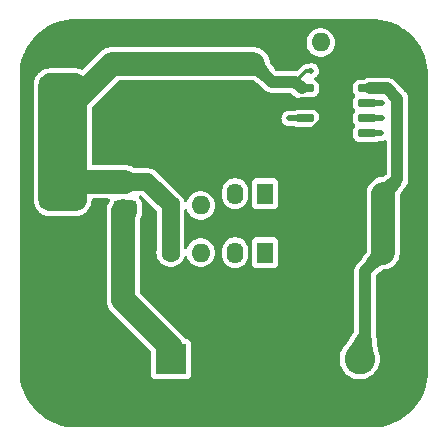
<source format=gbl>
G04 Layer: BottomLayer*
G04 EasyEDA Pro v2.2.27.1, 2024-09-15 10:59:50*
G04 Gerber Generator version 0.3*
G04 Scale: 100 percent, Rotated: No, Reflected: No*
G04 Dimensions in millimeters*
G04 Leading zeros omitted, absolute positions, 3 integers and 5 decimals*
%TF.GenerationSoftware,KiCad,Pcbnew,8.0.5*%
%TF.CreationDate,2024-10-31T22:01:25+08:00*%
%TF.ProjectId,AMS1117_TP4056_Lithium_battery_charging,414d5331-3131-4375-9f54-50343035365f,rev?*%
%TF.SameCoordinates,Original*%
%TF.FileFunction,Copper,L2,Bot*%
%TF.FilePolarity,Positive*%
%FSLAX46Y46*%
G04 Gerber Fmt 4.6, Leading zero omitted, Abs format (unit mm)*
G04 Created by KiCad (PCBNEW 8.0.5) date 2024-10-31 22:01:25*
%MOMM*%
%LPD*%
G01*
G04 APERTURE LIST*
G04 Aperture macros list*
%AMRoundRect*
0 Rectangle with rounded corners*
0 $1 Rounding radius*
0 $2 $3 $4 $5 $6 $7 $8 $9 X,Y pos of 4 corners*
0 Add a 4 corners polygon primitive as box body*
4,1,4,$2,$3,$4,$5,$6,$7,$8,$9,$2,$3,0*
0 Add four circle primitives for the rounded corners*
1,1,$1+$1,$2,$3*
1,1,$1+$1,$4,$5*
1,1,$1+$1,$6,$7*
1,1,$1+$1,$8,$9*
0 Add four rect primitives between the rounded corners*
20,1,$1+$1,$2,$3,$4,$5,0*
20,1,$1+$1,$4,$5,$6,$7,0*
20,1,$1+$1,$6,$7,$8,$9,0*
20,1,$1+$1,$8,$9,$2,$3,0*%
G04 Aperture macros list end*
%TA.AperFunction,ComponentPad*%
%ADD10R,1.400000X1.800000*%
%TD*%
%TA.AperFunction,ComponentPad*%
%ADD11O,1.400000X1.800000*%
%TD*%
%TA.AperFunction,ComponentPad*%
%ADD12C,1.600000*%
%TD*%
%TA.AperFunction,ComponentPad*%
%ADD13O,1.600000X1.600000*%
%TD*%
%TA.AperFunction,ComponentPad*%
%ADD14R,2.600000X2.600000*%
%TD*%
%TA.AperFunction,ComponentPad*%
%ADD15C,2.600000*%
%TD*%
%TA.AperFunction,ComponentPad*%
%ADD16C,6.000000*%
%TD*%
%TA.AperFunction,SMDPad,CuDef*%
%ADD17RoundRect,0.375000X0.625000X0.375000X-0.625000X0.375000X-0.625000X-0.375000X0.625000X-0.375000X0*%
%TD*%
%TA.AperFunction,SMDPad,CuDef*%
%ADD18RoundRect,0.500000X0.500000X1.400000X-0.500000X1.400000X-0.500000X-1.400000X0.500000X-1.400000X0*%
%TD*%
%TA.AperFunction,SMDPad,CuDef*%
%ADD19RoundRect,0.250000X-0.475000X0.250000X-0.475000X-0.250000X0.475000X-0.250000X0.475000X0.250000X0*%
%TD*%
%TA.AperFunction,SMDPad,CuDef*%
%ADD20RoundRect,0.250000X0.250000X0.475000X-0.250000X0.475000X-0.250000X-0.475000X0.250000X-0.475000X0*%
%TD*%
%TA.AperFunction,SMDPad,CuDef*%
%ADD21RoundRect,0.150000X-0.650000X-0.150000X0.650000X-0.150000X0.650000X0.150000X-0.650000X0.150000X0*%
%TD*%
%TA.AperFunction,HeatsinkPad*%
%ADD22C,0.600000*%
%TD*%
%TA.AperFunction,SMDPad,CuDef*%
%ADD23RoundRect,0.250000X-1.050000X-1.800000X1.050000X-1.800000X1.050000X1.800000X-1.050000X1.800000X0*%
%TD*%
%TA.AperFunction,ViaPad*%
%ADD24C,0.500000*%
%TD*%
%TA.AperFunction,Conductor*%
%ADD25C,1.000000*%
%TD*%
%TA.AperFunction,Conductor*%
%ADD26C,2.000000*%
%TD*%
%TA.AperFunction,Conductor*%
%ADD27C,1.500000*%
%TD*%
%TA.AperFunction,Conductor*%
%ADD28C,0.300000*%
%TD*%
%TA.AperFunction,Conductor*%
%ADD29C,0.500000*%
%TD*%
G04 APERTURE END LIST*
D10*
%TO.P,LED1,1,K*%
%TO.N,Net-(LED1-K)*%
X116000000Y-120000000D03*
D11*
%TO.P,LED1,2,A*%
%TO.N,Net-(LED1-A)*%
X113460000Y-120000000D03*
%TD*%
D12*
%TO.P,R1,1*%
%TO.N,GND*%
X123245000Y-102200000D03*
D13*
%TO.P,R1,2*%
%TO.N,Net-(U1-PROG)*%
X120705000Y-102200000D03*
%TD*%
D14*
%TO.P,P2,1*%
%TO.N,VIN*%
X108000000Y-129000000D03*
D15*
%TO.P,P2,2*%
%TO.N,GND*%
X113000000Y-129000000D03*
%TD*%
D12*
%TO.P,C1,1*%
%TO.N,BAT*%
X126000000Y-115000000D03*
%TO.P,C1,2*%
%TO.N,GND*%
X121000000Y-115000000D03*
%TD*%
%TO.P,C9,1*%
%TO.N,VCC*%
X103000000Y-104000000D03*
%TO.P,C9,2*%
%TO.N,GND*%
X103000000Y-109000000D03*
%TD*%
%TO.P,C8,1*%
%TO.N,VIN*%
X104000000Y-120000000D03*
%TO.P,C8,2*%
%TO.N,GND*%
X99000000Y-120000000D03*
%TD*%
D16*
%TO.P,H1,1,1*%
%TO.N,GND*%
X100000000Y-130000000D03*
%TD*%
D12*
%TO.P,C5,1*%
%TO.N,VCC*%
X115000000Y-104000000D03*
%TO.P,C5,2*%
%TO.N,GND*%
X115000000Y-109000000D03*
%TD*%
%TO.P,R2,1*%
%TO.N,VCC*%
X108000000Y-120000000D03*
D13*
%TO.P,R2,2*%
%TO.N,Net-(LED1-A)*%
X110540000Y-120000000D03*
%TD*%
D12*
%TO.P,C10,1*%
%TO.N,VCC*%
X107000000Y-104000000D03*
%TO.P,C10,2*%
%TO.N,GND*%
X107000000Y-109000000D03*
%TD*%
D14*
%TO.P,P1,1*%
%TO.N,GND*%
X119000000Y-129000000D03*
D15*
%TO.P,P1,2*%
%TO.N,BAT*%
X124000000Y-129000000D03*
%TD*%
D12*
%TO.P,C2,1*%
%TO.N,BAT*%
X126000000Y-120000000D03*
%TO.P,C2,2*%
%TO.N,GND*%
X121000000Y-120000000D03*
%TD*%
%TO.P,C4,1*%
%TO.N,VCC*%
X111000000Y-104000000D03*
%TO.P,C4,2*%
%TO.N,GND*%
X111000000Y-109000000D03*
%TD*%
%TO.P,R5,1*%
%TO.N,VCC*%
X108000000Y-116000000D03*
D13*
%TO.P,R5,2*%
%TO.N,Net-(LED2-A)*%
X110540000Y-116000000D03*
%TD*%
D12*
%TO.P,C7,1*%
%TO.N,VIN*%
X104000000Y-124000000D03*
%TO.P,C7,2*%
%TO.N,GND*%
X99000000Y-124000000D03*
%TD*%
D10*
%TO.P,LED2,1,K*%
%TO.N,Net-(LED2-K)*%
X116000000Y-115000000D03*
D11*
%TO.P,LED2,2,A*%
%TO.N,Net-(LED2-A)*%
X113460000Y-115000000D03*
%TD*%
D17*
%TO.P,U2,1,GND*%
%TO.N,GND*%
X104150000Y-111700000D03*
%TO.P,U2,2,VO*%
%TO.N,VCC*%
X104150000Y-114000000D03*
D18*
X97850000Y-114000000D03*
D17*
%TO.P,U2,3,VI*%
%TO.N,VIN*%
X104150000Y-116300000D03*
%TD*%
D19*
%TO.P,C6,1*%
%TO.N,VCC*%
X117000000Y-105550000D03*
%TO.P,C6,2*%
%TO.N,GND*%
X117000000Y-107450000D03*
%TD*%
D20*
%TO.P,C3,1*%
%TO.N,BAT*%
X124450000Y-122000000D03*
%TO.P,C3,2*%
%TO.N,GND*%
X122550000Y-122000000D03*
%TD*%
D21*
%TO.P,U1,1,TEMP*%
%TO.N,GND*%
X119350000Y-109905000D03*
%TO.P,U1,2,PROG*%
%TO.N,Net-(U1-PROG)*%
X119350000Y-108635000D03*
%TO.P,U1,3,GND*%
%TO.N,GND*%
X119350000Y-107365000D03*
%TO.P,U1,4,VCC*%
%TO.N,VCC*%
X119350000Y-106095000D03*
%TO.P,U1,5,BAT*%
%TO.N,BAT*%
X124650000Y-106095000D03*
%TO.P,U1,6,STDBY#*%
%TO.N,Net-(LED2-K)*%
X124650000Y-107365000D03*
%TO.P,U1,7,CHRG#*%
%TO.N,Net-(LED1-K)*%
X124650000Y-108635000D03*
%TO.P,U1,8,CE*%
%TO.N,VCC*%
X124650000Y-109905000D03*
D22*
%TO.P,U1,9,EP*%
%TO.N,GND*%
X121000000Y-106150000D03*
X121000000Y-108000000D03*
X121000000Y-109850000D03*
X122000000Y-106150000D03*
X122000000Y-108000000D03*
D23*
X122000000Y-108000000D03*
D22*
X122000000Y-109850000D03*
X123000000Y-106150000D03*
X123000000Y-108000000D03*
X123000000Y-109850000D03*
%TD*%
D24*
%TO.N,GND*%
X108270000Y-125500000D03*
X112080000Y-125500000D03*
X96900000Y-122110000D03*
X119700000Y-122700000D03*
X106260000Y-133600000D03*
X118300000Y-111200000D03*
X106870000Y-111200000D03*
X128600000Y-127040000D03*
X110680000Y-111200000D03*
X120800000Y-103800000D03*
X124970000Y-101500000D03*
X96900000Y-118300000D03*
X109730000Y-101500000D03*
X103570000Y-106800000D03*
X114490000Y-111200000D03*
X115890000Y-125500000D03*
X115000000Y-106800000D03*
X128600000Y-119420000D03*
X128600000Y-130850000D03*
X105920000Y-101500000D03*
X128600000Y-111800000D03*
X117350000Y-101500000D03*
X98300000Y-101500000D03*
X113880000Y-133600000D03*
X96900000Y-125920000D03*
X102110000Y-101500000D03*
X102450000Y-133600000D03*
X108270000Y-122700000D03*
X128600000Y-115610000D03*
X121500000Y-133600000D03*
X115890000Y-122700000D03*
X101500000Y-125770000D03*
X119700000Y-125500000D03*
X113540000Y-101500000D03*
X101500000Y-118150000D03*
X128600000Y-123230000D03*
X111190000Y-106800000D03*
X107380000Y-106800000D03*
X117690000Y-133600000D03*
X112080000Y-122700000D03*
X101500000Y-121960000D03*
X110070000Y-133600000D03*
%TO.N,VCC*%
X99940000Y-110580000D03*
X97400000Y-115660000D03*
X97400000Y-113120000D03*
X97400000Y-108040000D03*
X119900000Y-104600000D03*
X97400000Y-110580000D03*
X99940000Y-108040000D03*
X99940000Y-105500000D03*
X125800000Y-109900000D03*
X99940000Y-115660000D03*
X97400000Y-105500000D03*
X99940000Y-113120000D03*
%TO.N,Net-(LED1-K)*%
X125865000Y-108635000D03*
%TO.N,Net-(LED2-K)*%
X125900000Y-107365000D03*
%TO.N,Net-(U1-PROG)*%
X118035000Y-108635000D03*
%TD*%
D25*
%TO.N,GND*%
X119091500Y-109905000D02*
X120095000Y-109905000D01*
D26*
X109000000Y-133000000D02*
X103000000Y-133000000D01*
D25*
X119091500Y-107365000D02*
X121365000Y-107365000D01*
D26*
X122000000Y-114000000D02*
X121000000Y-115000000D01*
X103000000Y-133000000D02*
X100000000Y-130000000D01*
D25*
X121365000Y-107365000D02*
X122000000Y-108000000D01*
X122000000Y-103445000D02*
X123245000Y-102200000D01*
D26*
X99000000Y-120000000D02*
X99000000Y-129000000D01*
D25*
X119006500Y-107450000D02*
X119091500Y-107365000D01*
D27*
X103000000Y-110550000D02*
X104150000Y-111700000D01*
D25*
X122550000Y-122000000D02*
X122550000Y-125450000D01*
X122550000Y-125450000D02*
X119000000Y-129000000D01*
D26*
X99000000Y-129000000D02*
X100000000Y-130000000D01*
D25*
X116550000Y-107450000D02*
X115000000Y-109000000D01*
D26*
X113000000Y-129000000D02*
X119000000Y-129000000D01*
D27*
X107000000Y-109000000D02*
X103000000Y-109000000D01*
D25*
X122000000Y-108000000D02*
X122000000Y-103445000D01*
X122550000Y-122000000D02*
X122550000Y-121550000D01*
X117000000Y-107450000D02*
X119006500Y-107450000D01*
X117000000Y-107450000D02*
X116550000Y-107450000D01*
D27*
X111000000Y-109000000D02*
X107000000Y-109000000D01*
D26*
X113000000Y-129000000D02*
X109000000Y-133000000D01*
D27*
X103000000Y-109000000D02*
X103000000Y-110550000D01*
D25*
X120095000Y-109905000D02*
X122000000Y-108000000D01*
D26*
X122000000Y-108000000D02*
X122000000Y-114000000D01*
X121000000Y-120000000D02*
X121000000Y-115000000D01*
D27*
X111000000Y-109000000D02*
X115000000Y-109000000D01*
D25*
X122550000Y-121550000D02*
X121000000Y-120000000D01*
%TO.N,BAT*%
X124908500Y-106095000D02*
X126295000Y-106095000D01*
X124450000Y-121550000D02*
X126000000Y-120000000D01*
X124450000Y-122000000D02*
X124450000Y-121550000D01*
X124450000Y-128550000D02*
X124000000Y-129000000D01*
X127200000Y-107000000D02*
X127200000Y-113800000D01*
X126295000Y-106095000D02*
X127200000Y-107000000D01*
X124450000Y-122000000D02*
X124450000Y-128550000D01*
D26*
X126000000Y-115000000D02*
X126000000Y-120000000D01*
D25*
X127200000Y-113800000D02*
X126000000Y-115000000D01*
%TO.N,VCC*%
X116550000Y-105550000D02*
X115000000Y-104000000D01*
D26*
X103000000Y-104000000D02*
X115000000Y-104000000D01*
D27*
X104150000Y-114000000D02*
X106000000Y-114000000D01*
D26*
X97850000Y-109150000D02*
X103000000Y-104000000D01*
D27*
X106000000Y-114000000D02*
X108000000Y-116000000D01*
D25*
X118546500Y-105550000D02*
X119091500Y-106095000D01*
X117000000Y-105550000D02*
X116550000Y-105550000D01*
X117000000Y-105550000D02*
X118546500Y-105550000D01*
D27*
X108000000Y-120000000D02*
X108000000Y-116000000D01*
D28*
X119900000Y-104600000D02*
X119496500Y-104600000D01*
D29*
X124908500Y-109905000D02*
X125800000Y-109900000D01*
D28*
X119496500Y-104600000D02*
X118546500Y-105550000D01*
D29*
X125800000Y-109900000D02*
X125795000Y-109905000D01*
D26*
X97850000Y-114000000D02*
X97850000Y-109150000D01*
D27*
X111000000Y-104000000D02*
X115000000Y-104000000D01*
D26*
X104150000Y-114000000D02*
X97850000Y-114000000D01*
D29*
%TO.N,Net-(LED1-K)*%
X124908500Y-108635000D02*
X125865000Y-108635000D01*
%TO.N,Net-(LED2-K)*%
X124908500Y-107365000D02*
X125900000Y-107365000D01*
%TO.N,Net-(U1-PROG)*%
X119091500Y-108635000D02*
X118035000Y-108635000D01*
D26*
%TO.N,VIN*%
X108000000Y-128000000D02*
X104000000Y-124000000D01*
X104000000Y-124000000D02*
X104000000Y-120000000D01*
X104000000Y-120000000D02*
X104000000Y-116450000D01*
D27*
X108000000Y-129000000D02*
X108000000Y-128000000D01*
X104000000Y-116450000D02*
X104150000Y-116300000D01*
%TD*%
%TA.AperFunction,Conductor*%
%TO.N,VCC*%
G36*
X99906061Y-104800597D02*
G01*
X100082941Y-104818018D01*
X100106769Y-104822757D01*
X100271001Y-104872576D01*
X100293453Y-104881877D01*
X100444798Y-104962772D01*
X100465010Y-104976277D01*
X100597666Y-105085145D01*
X100614854Y-105102333D01*
X100723722Y-105234989D01*
X100737227Y-105255201D01*
X100818121Y-105406543D01*
X100827424Y-105429001D01*
X100877240Y-105593224D01*
X100881982Y-105617065D01*
X100899403Y-105793938D01*
X100900000Y-105806092D01*
X100900000Y-115493907D01*
X100899403Y-115506061D01*
X100881982Y-115682934D01*
X100877240Y-115706775D01*
X100827424Y-115870998D01*
X100818121Y-115893456D01*
X100737227Y-116044798D01*
X100723722Y-116065010D01*
X100614854Y-116197666D01*
X100597666Y-116214854D01*
X100465010Y-116323722D01*
X100444798Y-116337227D01*
X100293456Y-116418121D01*
X100270998Y-116427424D01*
X100106775Y-116477240D01*
X100082934Y-116481982D01*
X99906061Y-116499403D01*
X99893907Y-116500000D01*
X97806093Y-116500000D01*
X97793939Y-116499403D01*
X97617065Y-116481982D01*
X97593224Y-116477240D01*
X97429001Y-116427424D01*
X97406543Y-116418121D01*
X97255201Y-116337227D01*
X97234989Y-116323722D01*
X97102333Y-116214854D01*
X97085145Y-116197666D01*
X96976277Y-116065010D01*
X96962772Y-116044798D01*
X96881878Y-115893456D01*
X96872575Y-115870998D01*
X96822757Y-115706769D01*
X96818018Y-115682941D01*
X96800597Y-115506061D01*
X96800000Y-115493907D01*
X96800000Y-105806092D01*
X96800597Y-105793938D01*
X96818018Y-105617056D01*
X96822757Y-105593232D01*
X96872577Y-105428994D01*
X96881875Y-105406549D01*
X96962775Y-105255195D01*
X96976272Y-105234995D01*
X97085149Y-105102328D01*
X97102328Y-105085149D01*
X97234995Y-104976272D01*
X97255195Y-104962775D01*
X97406549Y-104881875D01*
X97428994Y-104872577D01*
X97593232Y-104822757D01*
X97617056Y-104818018D01*
X97793939Y-104800597D01*
X97806093Y-104800000D01*
X99893907Y-104800000D01*
X99906061Y-104800597D01*
G37*
%TD.AperFunction*%
%TD*%
%TA.AperFunction,Conductor*%
%TO.N,GND*%
G36*
X125002702Y-100200617D02*
G01*
X125412917Y-100218528D01*
X125423654Y-100219468D01*
X125828057Y-100272708D01*
X125838695Y-100274583D01*
X126236925Y-100362869D01*
X126247365Y-100365667D01*
X126636363Y-100488317D01*
X126646524Y-100492015D01*
X127023363Y-100648108D01*
X127033155Y-100652674D01*
X127394965Y-100841020D01*
X127404305Y-100846413D01*
X127689636Y-101028189D01*
X127748309Y-101065568D01*
X127757170Y-101071772D01*
X128080766Y-101320076D01*
X128089053Y-101327030D01*
X128389767Y-101602583D01*
X128397416Y-101610232D01*
X128672969Y-101910946D01*
X128679923Y-101919233D01*
X128928227Y-102242829D01*
X128934431Y-102251690D01*
X129153578Y-102595680D01*
X129158983Y-102605042D01*
X129278527Y-102834683D01*
X129347322Y-102966838D01*
X129351894Y-102976642D01*
X129507983Y-103353473D01*
X129511683Y-103363639D01*
X129634331Y-103752630D01*
X129637131Y-103763078D01*
X129725414Y-104161296D01*
X129727292Y-104171950D01*
X129780529Y-104576326D01*
X129781472Y-104587102D01*
X129799382Y-104997297D01*
X129799500Y-105002706D01*
X129799500Y-129997293D01*
X129799382Y-130002702D01*
X129781472Y-130412897D01*
X129780529Y-130423673D01*
X129727292Y-130828049D01*
X129725414Y-130838703D01*
X129637131Y-131236921D01*
X129634331Y-131247369D01*
X129511683Y-131636360D01*
X129507983Y-131646526D01*
X129351894Y-132023357D01*
X129347322Y-132033161D01*
X129158987Y-132394951D01*
X129153578Y-132404319D01*
X128934431Y-132748309D01*
X128928227Y-132757170D01*
X128679923Y-133080766D01*
X128672969Y-133089053D01*
X128397416Y-133389767D01*
X128389767Y-133397416D01*
X128089053Y-133672969D01*
X128080766Y-133679923D01*
X127757170Y-133928227D01*
X127748309Y-133934431D01*
X127404319Y-134153578D01*
X127394951Y-134158987D01*
X127033161Y-134347322D01*
X127023357Y-134351894D01*
X126646526Y-134507983D01*
X126636360Y-134511683D01*
X126247369Y-134634331D01*
X126236921Y-134637131D01*
X125838703Y-134725414D01*
X125828049Y-134727292D01*
X125423673Y-134780529D01*
X125412897Y-134781472D01*
X125002703Y-134799382D01*
X124997294Y-134799500D01*
X100002706Y-134799500D01*
X99997297Y-134799382D01*
X99587102Y-134781472D01*
X99576326Y-134780529D01*
X99171950Y-134727292D01*
X99161296Y-134725414D01*
X98763078Y-134637131D01*
X98752630Y-134634331D01*
X98363639Y-134511683D01*
X98353473Y-134507983D01*
X97976642Y-134351894D01*
X97966838Y-134347322D01*
X97847126Y-134285004D01*
X97605042Y-134158983D01*
X97595686Y-134153582D01*
X97423685Y-134044004D01*
X97251690Y-133934431D01*
X97242829Y-133928227D01*
X96919233Y-133679923D01*
X96910946Y-133672969D01*
X96610232Y-133397416D01*
X96602583Y-133389767D01*
X96327030Y-133089053D01*
X96320076Y-133080766D01*
X96071772Y-132757170D01*
X96065568Y-132748309D01*
X96012070Y-132664334D01*
X95846413Y-132404305D01*
X95841020Y-132394965D01*
X95652674Y-132033155D01*
X95648105Y-132023357D01*
X95492016Y-131646526D01*
X95488316Y-131636360D01*
X95365668Y-131247369D01*
X95362868Y-131236921D01*
X95274585Y-130838703D01*
X95272707Y-130828049D01*
X95255915Y-130700499D01*
X95219468Y-130423654D01*
X95218528Y-130412917D01*
X95200618Y-130002702D01*
X95200500Y-129997293D01*
X95200500Y-105806106D01*
X96394500Y-105806106D01*
X96394500Y-115493892D01*
X96394988Y-115513810D01*
X96395584Y-115525951D01*
X96397050Y-115545815D01*
X96414472Y-115722699D01*
X96420306Y-115762036D01*
X96420307Y-115762041D01*
X96425041Y-115785845D01*
X96425050Y-115785884D01*
X96434714Y-115824469D01*
X96434715Y-115824473D01*
X96484534Y-115988706D01*
X96497950Y-116026198D01*
X96507248Y-116048645D01*
X96524248Y-116084585D01*
X96524267Y-116084623D01*
X96605141Y-116235928D01*
X96605143Y-116235931D01*
X96605153Y-116235949D01*
X96625192Y-116269384D01*
X96625600Y-116270064D01*
X96625615Y-116270088D01*
X96639112Y-116290288D01*
X96662815Y-116322249D01*
X96662827Y-116322265D01*
X96771693Y-116454918D01*
X96798405Y-116484390D01*
X96815608Y-116501593D01*
X96845080Y-116528305D01*
X96974711Y-116634691D01*
X96977742Y-116637178D01*
X97009708Y-116660885D01*
X97029920Y-116674390D01*
X97064050Y-116694846D01*
X97064067Y-116694855D01*
X97064070Y-116694857D01*
X97108412Y-116718558D01*
X97215392Y-116775740D01*
X97215410Y-116775748D01*
X97215413Y-116775750D01*
X97251353Y-116792750D01*
X97263641Y-116797840D01*
X97273814Y-116802054D01*
X97311292Y-116815464D01*
X97475515Y-116865280D01*
X97514119Y-116874949D01*
X97537960Y-116879691D01*
X97537973Y-116879693D01*
X97537971Y-116879693D01*
X97549850Y-116881454D01*
X97577318Y-116885529D01*
X97754192Y-116902950D01*
X97774045Y-116904415D01*
X97786199Y-116905012D01*
X97806093Y-116905500D01*
X97806108Y-116905500D01*
X99893892Y-116905500D01*
X99893907Y-116905500D01*
X99913801Y-116905012D01*
X99925955Y-116904415D01*
X99945808Y-116902950D01*
X100122681Y-116885529D01*
X100162039Y-116879691D01*
X100185880Y-116874949D01*
X100224484Y-116865280D01*
X100388707Y-116815464D01*
X100426185Y-116802054D01*
X100448643Y-116792751D01*
X100484607Y-116775740D01*
X100635949Y-116694846D01*
X100670079Y-116674390D01*
X100690291Y-116660885D01*
X100722257Y-116637178D01*
X100854913Y-116528310D01*
X100884398Y-116501586D01*
X100901586Y-116484398D01*
X100928310Y-116454913D01*
X101037178Y-116322257D01*
X101060885Y-116290291D01*
X101074390Y-116270079D01*
X101094846Y-116235949D01*
X101175740Y-116084607D01*
X101192751Y-116048643D01*
X101202054Y-116026185D01*
X101215464Y-115988707D01*
X101265280Y-115824484D01*
X101274949Y-115785880D01*
X101279691Y-115762039D01*
X101285529Y-115722681D01*
X101302950Y-115545808D01*
X101304415Y-115525955D01*
X101304785Y-115518416D01*
X101327735Y-115452424D01*
X101382719Y-115409315D01*
X101428636Y-115400500D01*
X102714322Y-115400500D01*
X102781361Y-115420185D01*
X102827116Y-115472989D01*
X102837060Y-115542147D01*
X102823385Y-115579388D01*
X102824900Y-115580118D01*
X102821878Y-115586392D01*
X102764157Y-115751346D01*
X102760998Y-115779391D01*
X102748263Y-115821803D01*
X102702105Y-115912393D01*
X102702103Y-115912396D01*
X102633985Y-116122047D01*
X102599500Y-116339778D01*
X102599500Y-123885362D01*
X102599499Y-123885377D01*
X102599499Y-124110220D01*
X102633985Y-124327952D01*
X102702103Y-124537603D01*
X102702104Y-124537606D01*
X102802187Y-124734025D01*
X102931751Y-124912357D01*
X102931755Y-124912361D01*
X102931758Y-124912365D01*
X103087635Y-125068242D01*
X103091965Y-125072572D01*
X103091976Y-125072582D01*
X106263181Y-128243787D01*
X106296666Y-128305110D01*
X106299500Y-128331468D01*
X106299500Y-130331517D01*
X106299772Y-130333232D01*
X106314354Y-130425304D01*
X106371950Y-130538342D01*
X106371952Y-130538344D01*
X106371954Y-130538347D01*
X106461652Y-130628045D01*
X106461654Y-130628046D01*
X106461658Y-130628050D01*
X106574694Y-130685645D01*
X106574698Y-130685647D01*
X106668475Y-130700499D01*
X106668481Y-130700500D01*
X109331518Y-130700499D01*
X109425304Y-130685646D01*
X109538342Y-130628050D01*
X109628050Y-130538342D01*
X109685646Y-130425304D01*
X109685646Y-130425302D01*
X109685647Y-130425301D01*
X109696282Y-130358147D01*
X109700500Y-130331519D01*
X109700499Y-128999995D01*
X122294732Y-128999995D01*
X122294732Y-129000004D01*
X122313777Y-129254154D01*
X122313778Y-129254157D01*
X122370492Y-129502637D01*
X122463607Y-129739888D01*
X122591041Y-129960612D01*
X122749950Y-130159877D01*
X122936783Y-130333232D01*
X123147366Y-130476805D01*
X123147371Y-130476807D01*
X123147372Y-130476808D01*
X123147373Y-130476809D01*
X123269328Y-130535538D01*
X123376992Y-130587387D01*
X123376993Y-130587387D01*
X123376996Y-130587389D01*
X123620542Y-130662513D01*
X123872565Y-130700500D01*
X124127435Y-130700500D01*
X124379458Y-130662513D01*
X124623004Y-130587389D01*
X124852634Y-130476805D01*
X125063217Y-130333232D01*
X125250050Y-130159877D01*
X125408959Y-129960612D01*
X125536393Y-129739888D01*
X125629508Y-129502637D01*
X125686222Y-129254157D01*
X125705268Y-129000000D01*
X125686222Y-128745843D01*
X125629508Y-128497363D01*
X125536393Y-128260112D01*
X125534698Y-128255793D01*
X125535564Y-128255453D01*
X125526290Y-128223598D01*
X125462832Y-127686298D01*
X125353921Y-126764140D01*
X125352904Y-126756200D01*
X125352903Y-126756198D01*
X125352246Y-126751065D01*
X125352529Y-126751028D01*
X125350500Y-126731846D01*
X125350500Y-121974362D01*
X125370185Y-121907323D01*
X125386815Y-121886684D01*
X125451741Y-121821757D01*
X125469390Y-121807110D01*
X126032010Y-121422161D01*
X126098454Y-121400552D01*
X126102031Y-121400500D01*
X126110221Y-121400500D01*
X126110222Y-121400500D01*
X126327951Y-121366015D01*
X126537606Y-121297895D01*
X126734022Y-121197815D01*
X126912365Y-121068242D01*
X127068242Y-120912365D01*
X127197815Y-120734022D01*
X127297895Y-120537606D01*
X127366015Y-120327951D01*
X127400500Y-120110222D01*
X127400500Y-115102030D01*
X127420185Y-115034991D01*
X127422162Y-115032009D01*
X127493672Y-114927494D01*
X127807112Y-114469387D01*
X127821759Y-114451738D01*
X127899463Y-114374036D01*
X127907021Y-114362724D01*
X127921630Y-114340862D01*
X127921630Y-114340861D01*
X127998013Y-114226547D01*
X128057442Y-114083072D01*
X128065890Y-114062676D01*
X128065890Y-114062675D01*
X128065894Y-114062666D01*
X128072148Y-114031223D01*
X128100500Y-113888692D01*
X128100500Y-113711308D01*
X128100500Y-106911309D01*
X128096860Y-106893012D01*
X128065894Y-106737334D01*
X128063121Y-106730639D01*
X128063121Y-106730638D01*
X128063121Y-106730637D01*
X127998016Y-106573459D01*
X127998009Y-106573446D01*
X127899465Y-106425966D01*
X127850060Y-106376561D01*
X127774035Y-106300536D01*
X127722960Y-106249461D01*
X126869039Y-105395538D01*
X126869038Y-105395537D01*
X126836209Y-105373602D01*
X126782201Y-105337515D01*
X126782199Y-105337514D01*
X126782199Y-105337513D01*
X126721544Y-105296985D01*
X126721542Y-105296984D01*
X126639607Y-105263046D01*
X126639606Y-105263046D01*
X126557666Y-105229105D01*
X126557658Y-105229103D01*
X126383696Y-105194500D01*
X126383692Y-105194500D01*
X126383691Y-105194500D01*
X124819809Y-105194500D01*
X124819806Y-105194500D01*
X124645841Y-105229103D01*
X124645832Y-105229106D01*
X124481952Y-105296987D01*
X124481950Y-105296988D01*
X124367291Y-105373602D01*
X124300614Y-105394480D01*
X124298400Y-105394500D01*
X123956898Y-105394500D01*
X123917853Y-105399188D01*
X123868438Y-105405122D01*
X123727656Y-105460639D01*
X123607077Y-105552077D01*
X123515639Y-105672656D01*
X123460122Y-105813438D01*
X123454188Y-105862853D01*
X123449500Y-105901898D01*
X123449500Y-106288102D01*
X123455126Y-106334954D01*
X123460122Y-106376561D01*
X123515639Y-106517343D01*
X123607079Y-106637924D01*
X123611474Y-106642319D01*
X123644959Y-106703642D01*
X123639975Y-106773334D01*
X123611474Y-106817681D01*
X123607079Y-106822075D01*
X123515639Y-106942656D01*
X123460122Y-107083438D01*
X123454188Y-107132853D01*
X123449500Y-107171898D01*
X123449500Y-107558102D01*
X123455126Y-107604954D01*
X123460122Y-107646561D01*
X123515639Y-107787343D01*
X123607079Y-107907924D01*
X123611474Y-107912319D01*
X123644959Y-107973642D01*
X123639975Y-108043334D01*
X123611474Y-108087681D01*
X123607079Y-108092075D01*
X123515639Y-108212656D01*
X123460122Y-108353438D01*
X123455323Y-108393410D01*
X123449500Y-108441898D01*
X123449500Y-108828102D01*
X123454903Y-108873092D01*
X123460122Y-108916561D01*
X123515639Y-109057343D01*
X123607079Y-109177924D01*
X123611474Y-109182319D01*
X123644959Y-109243642D01*
X123639975Y-109313334D01*
X123611474Y-109357681D01*
X123607079Y-109362075D01*
X123515639Y-109482656D01*
X123460122Y-109623438D01*
X123454188Y-109672853D01*
X123449500Y-109711898D01*
X123449500Y-110098102D01*
X123455126Y-110144954D01*
X123460122Y-110186561D01*
X123515639Y-110327343D01*
X123607077Y-110447922D01*
X123727656Y-110539360D01*
X123727657Y-110539360D01*
X123727658Y-110539361D01*
X123868436Y-110594877D01*
X123956898Y-110605500D01*
X123956903Y-110605500D01*
X125343097Y-110605500D01*
X125343102Y-110605500D01*
X125431564Y-110594877D01*
X125518794Y-110560476D01*
X125563580Y-110551834D01*
X125695868Y-110551093D01*
X125720756Y-110553475D01*
X125730929Y-110555499D01*
X125730931Y-110555499D01*
X125859070Y-110555499D01*
X125859071Y-110555498D01*
X125984744Y-110530501D01*
X126012247Y-110519107D01*
X126030036Y-110513269D01*
X126032365Y-110512696D01*
X126044748Y-110506195D01*
X126054912Y-110501435D01*
X126103127Y-110481465D01*
X126106603Y-110479141D01*
X126173276Y-110458259D01*
X126240658Y-110476738D01*
X126287352Y-110528713D01*
X126299500Y-110582239D01*
X126299500Y-113285608D01*
X126279815Y-113352647D01*
X126245521Y-113387946D01*
X125967987Y-113577838D01*
X125901543Y-113599448D01*
X125897966Y-113599500D01*
X125889778Y-113599500D01*
X125817201Y-113610995D01*
X125672047Y-113633985D01*
X125462396Y-113702103D01*
X125462393Y-113702104D01*
X125265974Y-113802187D01*
X125087641Y-113931752D01*
X125087636Y-113931756D01*
X124931756Y-114087636D01*
X124931752Y-114087641D01*
X124802187Y-114265974D01*
X124702104Y-114462393D01*
X124702103Y-114462396D01*
X124633985Y-114672047D01*
X124599500Y-114889778D01*
X124599500Y-119897966D01*
X124579815Y-119965005D01*
X124577838Y-119967987D01*
X124320118Y-120344656D01*
X124192884Y-120530611D01*
X124178227Y-120548271D01*
X123750537Y-120975961D01*
X123711063Y-121035040D01*
X123651988Y-121123449D01*
X123621186Y-121197814D01*
X123621186Y-121197815D01*
X123584105Y-121287334D01*
X123584103Y-121287340D01*
X123568768Y-121364435D01*
X123566228Y-121374836D01*
X123552403Y-121422424D01*
X123552401Y-121422436D01*
X123549500Y-121459298D01*
X123549500Y-126639929D01*
X123530263Y-126706267D01*
X122909685Y-127686298D01*
X122889263Y-127710858D01*
X122749958Y-127840113D01*
X122749955Y-127840116D01*
X122591041Y-128039388D01*
X122463608Y-128260109D01*
X122370492Y-128497362D01*
X122370490Y-128497369D01*
X122313777Y-128745845D01*
X122294732Y-128999995D01*
X109700499Y-128999995D01*
X109700499Y-127668482D01*
X109685646Y-127574696D01*
X109628050Y-127461658D01*
X109628046Y-127461654D01*
X109628045Y-127461652D01*
X109538347Y-127371954D01*
X109538344Y-127371952D01*
X109538342Y-127371950D01*
X109461517Y-127332805D01*
X109425301Y-127314352D01*
X109331524Y-127299500D01*
X109331519Y-127299500D01*
X109285352Y-127299500D01*
X109218313Y-127279815D01*
X109185034Y-127248386D01*
X109164424Y-127220019D01*
X109068242Y-127087636D01*
X105436819Y-123456213D01*
X105403334Y-123394890D01*
X105400500Y-123368532D01*
X105400500Y-117172865D01*
X105419506Y-117106893D01*
X105436878Y-117079245D01*
X105478122Y-117013606D01*
X105535841Y-116848657D01*
X105550500Y-116718552D01*
X105550500Y-115881448D01*
X105535841Y-115751343D01*
X105478122Y-115586394D01*
X105385147Y-115438424D01*
X105308904Y-115362181D01*
X105275419Y-115300858D01*
X105280403Y-115231166D01*
X105322275Y-115175233D01*
X105387739Y-115150816D01*
X105396585Y-115150500D01*
X105472085Y-115150500D01*
X105539124Y-115170185D01*
X105559766Y-115186819D01*
X106813181Y-116440234D01*
X106846666Y-116501557D01*
X106849500Y-116527915D01*
X106849500Y-119639508D01*
X106844766Y-119673442D01*
X106814885Y-119778462D01*
X106794357Y-119999999D01*
X106794357Y-120000000D01*
X106814884Y-120221535D01*
X106814885Y-120221537D01*
X106875769Y-120435523D01*
X106875775Y-120435538D01*
X106974938Y-120634683D01*
X106974943Y-120634691D01*
X107109020Y-120812238D01*
X107273437Y-120962123D01*
X107273439Y-120962125D01*
X107462595Y-121079245D01*
X107462596Y-121079245D01*
X107462599Y-121079247D01*
X107670060Y-121159618D01*
X107888757Y-121200500D01*
X107888759Y-121200500D01*
X108111241Y-121200500D01*
X108111243Y-121200500D01*
X108329940Y-121159618D01*
X108537401Y-121079247D01*
X108726562Y-120962124D01*
X108890981Y-120812236D01*
X109025058Y-120634689D01*
X109124229Y-120435528D01*
X109150734Y-120342371D01*
X109188013Y-120283278D01*
X109251323Y-120253721D01*
X109320562Y-120263083D01*
X109373749Y-120308393D01*
X109389266Y-120342372D01*
X109415769Y-120435523D01*
X109415775Y-120435538D01*
X109514938Y-120634683D01*
X109514943Y-120634691D01*
X109649020Y-120812238D01*
X109813437Y-120962123D01*
X109813439Y-120962125D01*
X110002595Y-121079245D01*
X110002596Y-121079245D01*
X110002599Y-121079247D01*
X110210060Y-121159618D01*
X110428757Y-121200500D01*
X110428759Y-121200500D01*
X110651241Y-121200500D01*
X110651243Y-121200500D01*
X110869940Y-121159618D01*
X111077401Y-121079247D01*
X111266562Y-120962124D01*
X111430981Y-120812236D01*
X111565058Y-120634689D01*
X111664229Y-120435528D01*
X111725115Y-120221536D01*
X111745643Y-120000000D01*
X111725115Y-119778464D01*
X111706600Y-119713389D01*
X112359500Y-119713389D01*
X112359500Y-120286610D01*
X112383087Y-120435538D01*
X112386598Y-120457701D01*
X112440127Y-120622445D01*
X112518768Y-120776788D01*
X112620586Y-120916928D01*
X112743072Y-121039414D01*
X112883212Y-121141232D01*
X113037555Y-121219873D01*
X113202299Y-121273402D01*
X113373389Y-121300500D01*
X113373390Y-121300500D01*
X113546610Y-121300500D01*
X113546611Y-121300500D01*
X113717701Y-121273402D01*
X113882445Y-121219873D01*
X114036788Y-121141232D01*
X114176928Y-121039414D01*
X114299414Y-120916928D01*
X114401232Y-120776788D01*
X114479873Y-120622445D01*
X114533402Y-120457701D01*
X114560500Y-120286611D01*
X114560500Y-119713389D01*
X114533402Y-119542299D01*
X114479873Y-119377555D01*
X114401232Y-119223212D01*
X114299414Y-119083072D01*
X114284817Y-119068475D01*
X114899500Y-119068475D01*
X114899500Y-120931517D01*
X114904348Y-120962124D01*
X114914354Y-121025304D01*
X114971950Y-121138342D01*
X114971952Y-121138344D01*
X114971954Y-121138347D01*
X115061652Y-121228045D01*
X115061654Y-121228046D01*
X115061658Y-121228050D01*
X115174694Y-121285645D01*
X115174698Y-121285647D01*
X115268475Y-121300499D01*
X115268481Y-121300500D01*
X116731518Y-121300499D01*
X116825304Y-121285646D01*
X116938342Y-121228050D01*
X117028050Y-121138342D01*
X117085646Y-121025304D01*
X117085646Y-121025302D01*
X117085647Y-121025301D01*
X117100499Y-120931524D01*
X117100500Y-120931519D01*
X117100499Y-119068482D01*
X117085646Y-118974696D01*
X117028050Y-118861658D01*
X117028046Y-118861654D01*
X117028045Y-118861652D01*
X116938347Y-118771954D01*
X116938344Y-118771952D01*
X116938342Y-118771950D01*
X116849332Y-118726597D01*
X116825301Y-118714352D01*
X116731524Y-118699500D01*
X115268482Y-118699500D01*
X115187519Y-118712323D01*
X115174696Y-118714354D01*
X115061658Y-118771950D01*
X115061657Y-118771951D01*
X115061652Y-118771954D01*
X114971954Y-118861652D01*
X114971951Y-118861657D01*
X114914352Y-118974698D01*
X114899500Y-119068475D01*
X114284817Y-119068475D01*
X114176928Y-118960586D01*
X114036788Y-118858768D01*
X113882445Y-118780127D01*
X113717701Y-118726598D01*
X113717699Y-118726597D01*
X113717698Y-118726597D01*
X113586271Y-118705781D01*
X113546611Y-118699500D01*
X113373389Y-118699500D01*
X113333728Y-118705781D01*
X113202302Y-118726597D01*
X113037552Y-118780128D01*
X112883211Y-118858768D01*
X112803256Y-118916859D01*
X112743072Y-118960586D01*
X112743070Y-118960588D01*
X112743069Y-118960588D01*
X112620588Y-119083069D01*
X112620588Y-119083070D01*
X112620586Y-119083072D01*
X112576859Y-119143256D01*
X112518768Y-119223211D01*
X112440128Y-119377552D01*
X112386597Y-119542302D01*
X112359500Y-119713389D01*
X111706600Y-119713389D01*
X111664229Y-119564472D01*
X111653190Y-119542302D01*
X111565061Y-119365316D01*
X111565056Y-119365308D01*
X111430979Y-119187761D01*
X111266562Y-119037876D01*
X111266560Y-119037874D01*
X111077404Y-118920754D01*
X111077398Y-118920752D01*
X110869940Y-118840382D01*
X110651243Y-118799500D01*
X110428757Y-118799500D01*
X110210060Y-118840382D01*
X110078864Y-118891207D01*
X110002601Y-118920752D01*
X110002595Y-118920754D01*
X109813439Y-119037874D01*
X109813437Y-119037876D01*
X109649020Y-119187761D01*
X109514943Y-119365308D01*
X109514938Y-119365316D01*
X109415775Y-119564461D01*
X109415770Y-119564474D01*
X109403421Y-119607877D01*
X109394422Y-119639508D01*
X109393766Y-119641812D01*
X109356487Y-119700905D01*
X109293177Y-119730462D01*
X109223937Y-119721100D01*
X109170751Y-119675790D01*
X109150504Y-119608918D01*
X109150500Y-119607877D01*
X109150500Y-116392122D01*
X109170185Y-116325083D01*
X109222989Y-116279328D01*
X109292147Y-116269384D01*
X109355703Y-116298409D01*
X109393477Y-116357187D01*
X109393766Y-116358188D01*
X109415769Y-116435523D01*
X109415775Y-116435538D01*
X109514938Y-116634683D01*
X109514943Y-116634691D01*
X109649020Y-116812238D01*
X109813437Y-116962123D01*
X109813439Y-116962125D01*
X110002595Y-117079245D01*
X110002596Y-117079245D01*
X110002599Y-117079247D01*
X110210060Y-117159618D01*
X110428757Y-117200500D01*
X110428759Y-117200500D01*
X110651241Y-117200500D01*
X110651243Y-117200500D01*
X110869940Y-117159618D01*
X111077401Y-117079247D01*
X111266562Y-116962124D01*
X111430981Y-116812236D01*
X111565058Y-116634689D01*
X111664229Y-116435528D01*
X111725115Y-116221536D01*
X111745643Y-116000000D01*
X111744596Y-115988706D01*
X111725115Y-115778464D01*
X111725114Y-115778462D01*
X111720441Y-115762039D01*
X111664229Y-115564472D01*
X111654938Y-115545813D01*
X111565061Y-115365316D01*
X111565056Y-115365308D01*
X111430979Y-115187761D01*
X111266562Y-115037876D01*
X111266560Y-115037874D01*
X111077404Y-114920754D01*
X111077398Y-114920752D01*
X110869940Y-114840382D01*
X110651243Y-114799500D01*
X110428757Y-114799500D01*
X110210060Y-114840382D01*
X110082555Y-114889778D01*
X110002601Y-114920752D01*
X110002595Y-114920754D01*
X109813439Y-115037874D01*
X109813437Y-115037876D01*
X109649020Y-115187761D01*
X109514943Y-115365308D01*
X109514938Y-115365316D01*
X109415775Y-115564461D01*
X109415769Y-115564476D01*
X109389266Y-115657627D01*
X109351987Y-115716721D01*
X109288677Y-115746278D01*
X109219438Y-115736916D01*
X109166251Y-115691606D01*
X109150734Y-115657627D01*
X109124230Y-115564476D01*
X109124229Y-115564472D01*
X109114938Y-115545813D01*
X109025061Y-115365316D01*
X109025056Y-115365308D01*
X108890979Y-115187761D01*
X108726563Y-115037877D01*
X108726562Y-115037876D01*
X108576950Y-114945240D01*
X108554547Y-114927494D01*
X108340442Y-114713389D01*
X112359500Y-114713389D01*
X112359500Y-115286610D01*
X112383544Y-115438423D01*
X112386598Y-115457701D01*
X112440127Y-115622445D01*
X112518768Y-115776788D01*
X112620586Y-115916928D01*
X112743072Y-116039414D01*
X112883212Y-116141232D01*
X113037555Y-116219873D01*
X113202299Y-116273402D01*
X113373389Y-116300500D01*
X113373390Y-116300500D01*
X113546610Y-116300500D01*
X113546611Y-116300500D01*
X113717701Y-116273402D01*
X113882445Y-116219873D01*
X114036788Y-116141232D01*
X114176928Y-116039414D01*
X114299414Y-115916928D01*
X114401232Y-115776788D01*
X114479873Y-115622445D01*
X114533402Y-115457701D01*
X114560500Y-115286611D01*
X114560500Y-114713389D01*
X114533402Y-114542299D01*
X114479873Y-114377555D01*
X114401232Y-114223212D01*
X114299414Y-114083072D01*
X114284817Y-114068475D01*
X114899500Y-114068475D01*
X114899500Y-115931517D01*
X114910292Y-115999657D01*
X114914354Y-116025304D01*
X114971950Y-116138342D01*
X114971952Y-116138344D01*
X114971954Y-116138347D01*
X115061652Y-116228045D01*
X115061654Y-116228046D01*
X115061658Y-116228050D01*
X115174694Y-116285645D01*
X115174698Y-116285647D01*
X115268475Y-116300499D01*
X115268481Y-116300500D01*
X116731518Y-116300499D01*
X116825304Y-116285646D01*
X116938342Y-116228050D01*
X117028050Y-116138342D01*
X117085646Y-116025304D01*
X117085646Y-116025302D01*
X117085647Y-116025301D01*
X117100499Y-115931524D01*
X117100500Y-115931519D01*
X117100499Y-114068482D01*
X117085646Y-113974696D01*
X117028050Y-113861658D01*
X117028046Y-113861654D01*
X117028045Y-113861652D01*
X116938347Y-113771954D01*
X116938344Y-113771952D01*
X116938342Y-113771950D01*
X116849332Y-113726597D01*
X116825301Y-113714352D01*
X116731524Y-113699500D01*
X115268482Y-113699500D01*
X115193929Y-113711308D01*
X115174696Y-113714354D01*
X115061658Y-113771950D01*
X115061657Y-113771951D01*
X115061652Y-113771954D01*
X114971954Y-113861652D01*
X114971951Y-113861657D01*
X114971950Y-113861658D01*
X114958175Y-113888693D01*
X114914352Y-113974698D01*
X114899500Y-114068475D01*
X114284817Y-114068475D01*
X114176928Y-113960586D01*
X114036788Y-113858768D01*
X113882445Y-113780127D01*
X113717701Y-113726598D01*
X113717699Y-113726597D01*
X113717698Y-113726597D01*
X113563058Y-113702105D01*
X113546611Y-113699500D01*
X113373389Y-113699500D01*
X113356942Y-113702105D01*
X113202302Y-113726597D01*
X113037552Y-113780128D01*
X112883211Y-113858768D01*
X112803256Y-113916859D01*
X112743072Y-113960586D01*
X112743070Y-113960588D01*
X112743069Y-113960588D01*
X112620588Y-114083069D01*
X112620588Y-114083070D01*
X112620586Y-114083072D01*
X112576859Y-114143256D01*
X112518768Y-114223211D01*
X112440128Y-114377552D01*
X112386597Y-114542302D01*
X112359500Y-114713389D01*
X108340442Y-114713389D01*
X106881893Y-113254840D01*
X106881884Y-113254830D01*
X106877553Y-113250499D01*
X106749501Y-113122447D01*
X106749497Y-113122444D01*
X106749493Y-113122440D01*
X106602997Y-113016006D01*
X106602996Y-113016005D01*
X106602994Y-113016004D01*
X106551300Y-112989664D01*
X106441639Y-112933788D01*
X106441636Y-112933787D01*
X106269410Y-112877829D01*
X106179977Y-112863664D01*
X106090546Y-112849499D01*
X105909454Y-112849499D01*
X105904343Y-112849499D01*
X105904319Y-112849500D01*
X104989436Y-112849500D01*
X104922397Y-112829815D01*
X104916551Y-112825818D01*
X104884025Y-112802187D01*
X104884024Y-112802186D01*
X104884022Y-112802185D01*
X104821096Y-112770122D01*
X104687606Y-112702104D01*
X104687603Y-112702103D01*
X104477952Y-112633985D01*
X104369086Y-112616742D01*
X104260222Y-112599500D01*
X104260221Y-112599500D01*
X101429500Y-112599500D01*
X101362461Y-112579815D01*
X101316706Y-112527011D01*
X101305500Y-112475500D01*
X101305500Y-108634999D01*
X117379722Y-108634999D01*
X117383596Y-108666904D01*
X117384500Y-108681851D01*
X117384500Y-108699071D01*
X117391289Y-108733207D01*
X117392767Y-108742445D01*
X117398763Y-108791819D01*
X117403906Y-108805381D01*
X117408847Y-108822594D01*
X117409498Y-108824741D01*
X117409499Y-108824744D01*
X117410890Y-108828102D01*
X117429525Y-108873092D01*
X117430900Y-108876560D01*
X117446071Y-108916561D01*
X117454780Y-108939522D01*
X117454780Y-108939523D01*
X117496363Y-108999766D01*
X117497415Y-109001315D01*
X117529722Y-109049666D01*
X117533278Y-109053999D01*
X117539470Y-109062218D01*
X117544518Y-109069532D01*
X117586142Y-109106407D01*
X117591581Y-109111526D01*
X117620330Y-109140275D01*
X117629760Y-109146576D01*
X117643095Y-109156862D01*
X117655219Y-109167602D01*
X117662760Y-109174283D01*
X117696435Y-109191957D01*
X117707669Y-109198633D01*
X117726873Y-109211465D01*
X117753621Y-109222544D01*
X117763776Y-109227300D01*
X117802635Y-109247696D01*
X117816344Y-109251075D01*
X117822434Y-109252576D01*
X117840213Y-109258412D01*
X117845254Y-109260500D01*
X117845256Y-109260501D01*
X117890912Y-109269583D01*
X117896320Y-109270787D01*
X117956015Y-109285500D01*
X117970931Y-109285500D01*
X118445018Y-109285500D01*
X118490506Y-109294145D01*
X118568436Y-109324877D01*
X118656898Y-109335500D01*
X118656903Y-109335500D01*
X120043097Y-109335500D01*
X120043102Y-109335500D01*
X120131564Y-109324877D01*
X120272342Y-109269361D01*
X120392922Y-109177922D01*
X120484361Y-109057342D01*
X120539877Y-108916564D01*
X120550500Y-108828102D01*
X120550500Y-108441898D01*
X120539877Y-108353436D01*
X120484361Y-108212658D01*
X120484360Y-108212657D01*
X120484360Y-108212656D01*
X120392922Y-108092077D01*
X120272343Y-108000639D01*
X120131561Y-107945122D01*
X120085926Y-107939642D01*
X120043102Y-107934500D01*
X118656898Y-107934500D01*
X118623713Y-107938485D01*
X118568436Y-107945122D01*
X118516876Y-107965455D01*
X118490506Y-107975854D01*
X118445018Y-107984500D01*
X118113985Y-107984500D01*
X117956015Y-107984500D01*
X117896354Y-107999203D01*
X117890890Y-108000419D01*
X117845259Y-108009497D01*
X117845253Y-108009499D01*
X117840194Y-108011594D01*
X117822444Y-108017420D01*
X117802637Y-108022303D01*
X117802634Y-108022304D01*
X117763776Y-108042698D01*
X117753608Y-108047460D01*
X117726872Y-108058534D01*
X117707677Y-108071360D01*
X117696418Y-108078051D01*
X117662761Y-108095716D01*
X117662754Y-108095721D01*
X117643094Y-108113138D01*
X117629768Y-108123418D01*
X117620332Y-108129723D01*
X117620324Y-108129729D01*
X117591583Y-108158469D01*
X117586135Y-108163598D01*
X117544517Y-108200469D01*
X117539465Y-108207788D01*
X117533284Y-108215991D01*
X117529730Y-108220322D01*
X117497424Y-108268670D01*
X117496374Y-108270216D01*
X117454778Y-108330478D01*
X117430911Y-108393410D01*
X117429533Y-108396886D01*
X117409497Y-108445261D01*
X117408843Y-108447416D01*
X117403908Y-108464613D01*
X117398763Y-108478179D01*
X117398762Y-108478183D01*
X117392767Y-108527555D01*
X117391289Y-108536793D01*
X117384500Y-108570928D01*
X117384500Y-108588148D01*
X117383596Y-108603094D01*
X117379722Y-108634999D01*
X101305500Y-108634999D01*
X101305500Y-107726468D01*
X101325185Y-107659429D01*
X101341819Y-107638787D01*
X103543787Y-105436819D01*
X103605110Y-105403334D01*
X103631468Y-105400500D01*
X114897968Y-105400500D01*
X114965007Y-105420185D01*
X114967986Y-105422160D01*
X115529139Y-105806106D01*
X115530607Y-105807110D01*
X115548267Y-105821767D01*
X115975960Y-106249461D01*
X115975961Y-106249462D01*
X115975964Y-106249464D01*
X116033781Y-106288096D01*
X116033789Y-106288101D01*
X116033790Y-106288102D01*
X116123448Y-106348010D01*
X116123449Y-106348010D01*
X116123453Y-106348013D01*
X116192382Y-106376564D01*
X116287334Y-106415895D01*
X116364453Y-106431234D01*
X116374845Y-106433772D01*
X116422431Y-106447598D01*
X116459306Y-106450500D01*
X116461308Y-106450500D01*
X116461309Y-106450500D01*
X116911309Y-106450500D01*
X118105520Y-106450500D01*
X118172559Y-106470185D01*
X118213604Y-106513723D01*
X118215639Y-106517342D01*
X118307077Y-106637922D01*
X118427655Y-106729359D01*
X118427658Y-106729361D01*
X118442267Y-106735122D01*
X118444478Y-106735994D01*
X118486667Y-106763667D01*
X118517460Y-106794460D01*
X118517464Y-106794463D01*
X118664946Y-106893008D01*
X118664952Y-106893011D01*
X118664953Y-106893012D01*
X118828834Y-106960894D01*
X118828838Y-106960894D01*
X118828839Y-106960895D01*
X119002805Y-106995500D01*
X119002808Y-106995500D01*
X119180193Y-106995500D01*
X119180194Y-106995499D01*
X119354166Y-106960894D01*
X119518046Y-106893012D01*
X119632707Y-106816398D01*
X119699384Y-106795520D01*
X119701598Y-106795500D01*
X120043097Y-106795500D01*
X120043102Y-106795500D01*
X120131564Y-106784877D01*
X120272342Y-106729361D01*
X120392922Y-106637922D01*
X120484361Y-106517342D01*
X120539877Y-106376564D01*
X120550500Y-106288102D01*
X120550500Y-105901898D01*
X120539877Y-105813436D01*
X120484361Y-105672658D01*
X120484360Y-105672657D01*
X120484360Y-105672656D01*
X120392922Y-105552077D01*
X120272341Y-105460638D01*
X120272339Y-105460637D01*
X120174551Y-105422074D01*
X120119407Y-105379168D01*
X120096214Y-105313260D01*
X120112335Y-105245276D01*
X120162411Y-105196925D01*
X120272240Y-105139283D01*
X120390483Y-105034530D01*
X120480220Y-104904523D01*
X120536237Y-104756818D01*
X120555278Y-104600000D01*
X120552404Y-104576326D01*
X120536237Y-104443181D01*
X120503244Y-104356187D01*
X120480220Y-104295477D01*
X120390483Y-104165470D01*
X120272240Y-104060717D01*
X120272238Y-104060716D01*
X120272237Y-104060715D01*
X120132365Y-103987303D01*
X119978986Y-103949500D01*
X119978985Y-103949500D01*
X119821015Y-103949500D01*
X119667631Y-103987304D01*
X119660620Y-103989964D01*
X119660545Y-103989766D01*
X119647249Y-103994686D01*
X119647486Y-103995445D01*
X119642836Y-103996895D01*
X119533722Y-104040607D01*
X119487610Y-104049500D01*
X119424025Y-104049500D01*
X119319017Y-104077637D01*
X119284014Y-104087016D01*
X119158486Y-104159489D01*
X119158483Y-104159491D01*
X118704793Y-104613181D01*
X118643470Y-104646666D01*
X118617112Y-104649500D01*
X116974362Y-104649500D01*
X116907323Y-104629815D01*
X116886681Y-104613181D01*
X116821767Y-104548267D01*
X116807110Y-104530607D01*
X116791121Y-104507239D01*
X116713985Y-104394500D01*
X116422162Y-103967988D01*
X116400552Y-103901544D01*
X116400500Y-103897967D01*
X116400500Y-103889778D01*
X116366015Y-103672049D01*
X116331955Y-103567221D01*
X116297896Y-103462396D01*
X116297895Y-103462393D01*
X116245527Y-103359617D01*
X116197815Y-103265978D01*
X116122362Y-103162125D01*
X116068245Y-103087638D01*
X115912363Y-102931756D01*
X115912358Y-102931752D01*
X115734025Y-102802187D01*
X115734024Y-102802186D01*
X115734022Y-102802185D01*
X115671096Y-102770122D01*
X115537606Y-102702104D01*
X115537603Y-102702103D01*
X115327952Y-102633985D01*
X115219086Y-102616742D01*
X115110222Y-102599500D01*
X115110221Y-102599500D01*
X103115357Y-102599500D01*
X103115333Y-102599499D01*
X103110222Y-102599499D01*
X102889778Y-102599499D01*
X102817201Y-102610994D01*
X102672047Y-102633985D01*
X102462396Y-102702103D01*
X102462393Y-102702104D01*
X102265974Y-102802187D01*
X102087641Y-102931752D01*
X102087636Y-102931756D01*
X101931755Y-103087638D01*
X100551867Y-104467525D01*
X100490544Y-104501010D01*
X100422411Y-104496595D01*
X100388716Y-104484538D01*
X100224476Y-104434717D01*
X100185863Y-104425045D01*
X100162041Y-104420307D01*
X100162036Y-104420306D01*
X100122699Y-104414472D01*
X99945815Y-104397050D01*
X99925951Y-104395584D01*
X99913810Y-104394988D01*
X99906340Y-104394805D01*
X99893907Y-104394500D01*
X97806093Y-104394500D01*
X97792528Y-104394832D01*
X97786192Y-104394988D01*
X97774032Y-104395585D01*
X97754200Y-104397048D01*
X97577308Y-104414470D01*
X97577304Y-104414470D01*
X97537950Y-104420309D01*
X97537947Y-104420309D01*
X97514114Y-104425050D01*
X97475508Y-104434721D01*
X97311292Y-104484535D01*
X97311288Y-104484536D01*
X97311286Y-104484537D01*
X97305284Y-104486684D01*
X97273825Y-104497941D01*
X97273770Y-104497962D01*
X97251378Y-104507239D01*
X97251355Y-104507248D01*
X97215417Y-104524246D01*
X97215414Y-104524248D01*
X97215406Y-104524251D01*
X97215398Y-104524256D01*
X97127311Y-104571339D01*
X97064047Y-104605154D01*
X97029928Y-104625603D01*
X97029893Y-104625625D01*
X97009745Y-104639086D01*
X97009713Y-104639109D01*
X96977762Y-104662805D01*
X96977735Y-104662827D01*
X96845081Y-104771693D01*
X96845069Y-104771703D01*
X96815590Y-104798421D01*
X96798421Y-104815590D01*
X96771703Y-104845069D01*
X96771693Y-104845081D01*
X96662827Y-104977735D01*
X96662805Y-104977762D01*
X96639109Y-105009713D01*
X96639086Y-105009745D01*
X96625625Y-105029893D01*
X96625603Y-105029928D01*
X96622845Y-105034530D01*
X96605156Y-105064044D01*
X96524256Y-105215398D01*
X96524251Y-105215406D01*
X96524248Y-105215414D01*
X96524246Y-105215417D01*
X96507248Y-105251355D01*
X96507239Y-105251378D01*
X96497962Y-105273770D01*
X96497941Y-105273825D01*
X96484535Y-105311292D01*
X96434721Y-105475508D01*
X96425050Y-105514117D01*
X96420307Y-105537958D01*
X96414471Y-105577304D01*
X96414469Y-105577324D01*
X96397050Y-105754184D01*
X96395584Y-105774047D01*
X96394988Y-105786188D01*
X96394500Y-105806106D01*
X95200500Y-105806106D01*
X95200500Y-105002706D01*
X95200618Y-104997297D01*
X95201471Y-104977762D01*
X95218528Y-104587080D01*
X95219468Y-104576347D01*
X95272709Y-104171938D01*
X95274582Y-104161308D01*
X95362870Y-103763068D01*
X95365668Y-103752630D01*
X95440643Y-103514840D01*
X95488319Y-103363629D01*
X95492016Y-103353473D01*
X95522762Y-103279247D01*
X95648111Y-102976627D01*
X95652669Y-102966853D01*
X95841025Y-102605024D01*
X95846407Y-102595703D01*
X96065574Y-102251680D01*
X96071765Y-102242837D01*
X96104636Y-102199999D01*
X119499357Y-102199999D01*
X119499357Y-102200000D01*
X119519884Y-102421535D01*
X119519885Y-102421537D01*
X119580769Y-102635523D01*
X119580775Y-102635538D01*
X119679938Y-102834683D01*
X119679943Y-102834691D01*
X119814020Y-103012238D01*
X119978437Y-103162123D01*
X119978439Y-103162125D01*
X120167595Y-103279245D01*
X120167596Y-103279245D01*
X120167599Y-103279247D01*
X120375060Y-103359618D01*
X120593757Y-103400500D01*
X120593759Y-103400500D01*
X120816241Y-103400500D01*
X120816243Y-103400500D01*
X121034940Y-103359618D01*
X121242401Y-103279247D01*
X121431562Y-103162124D01*
X121595981Y-103012236D01*
X121730058Y-102834689D01*
X121829229Y-102635528D01*
X121890115Y-102421536D01*
X121910643Y-102200000D01*
X121890115Y-101978464D01*
X121829229Y-101764472D01*
X121765281Y-101636047D01*
X121730061Y-101565316D01*
X121730056Y-101565308D01*
X121595979Y-101387761D01*
X121431562Y-101237876D01*
X121431560Y-101237874D01*
X121242404Y-101120754D01*
X121242398Y-101120752D01*
X121034940Y-101040382D01*
X120816243Y-100999500D01*
X120593757Y-100999500D01*
X120375060Y-101040382D01*
X120243864Y-101091207D01*
X120167601Y-101120752D01*
X120167595Y-101120754D01*
X119978439Y-101237874D01*
X119978437Y-101237876D01*
X119814020Y-101387761D01*
X119679943Y-101565308D01*
X119679938Y-101565316D01*
X119580775Y-101764461D01*
X119580769Y-101764476D01*
X119519885Y-101978462D01*
X119519884Y-101978464D01*
X119499357Y-102199999D01*
X96104636Y-102199999D01*
X96320083Y-101919224D01*
X96327021Y-101910955D01*
X96602594Y-101610220D01*
X96610220Y-101602594D01*
X96910955Y-101327021D01*
X96919224Y-101320083D01*
X97242837Y-101071765D01*
X97251680Y-101065574D01*
X97595703Y-100846407D01*
X97605024Y-100841025D01*
X97966853Y-100652669D01*
X97976627Y-100648111D01*
X98353482Y-100492012D01*
X98363629Y-100488319D01*
X98752639Y-100365665D01*
X98763068Y-100362870D01*
X99161308Y-100274582D01*
X99171938Y-100272709D01*
X99576347Y-100219468D01*
X99587080Y-100218528D01*
X99997297Y-100200617D01*
X100002706Y-100200500D01*
X100039882Y-100200500D01*
X124960118Y-100200500D01*
X124997294Y-100200500D01*
X125002702Y-100200617D01*
G37*
%TD.AperFunction*%
%TD*%
%TA.AperFunction,Conductor*%
%TO.N,VCC*%
G36*
X115572262Y-103444278D02*
G01*
X115573635Y-103445934D01*
X116479439Y-104769803D01*
X116481283Y-104778566D01*
X116478056Y-104784683D01*
X115784683Y-105478056D01*
X115776410Y-105481483D01*
X115769803Y-105479439D01*
X114445934Y-104573635D01*
X114441041Y-104566135D01*
X114442885Y-104557372D01*
X114444252Y-104555722D01*
X114999293Y-103999293D01*
X115555717Y-103444257D01*
X115563994Y-103440841D01*
X115572262Y-103444278D01*
G37*
%TD.AperFunction*%
%TD*%
%TA.AperFunction,Conductor*%
%TO.N,VCC*%
G36*
X119802587Y-104373419D02*
G01*
X119808777Y-104379658D01*
X119898821Y-104594789D01*
X119898854Y-104603743D01*
X119898831Y-104603800D01*
X119808051Y-104822022D01*
X119801709Y-104828344D01*
X119794845Y-104828979D01*
X119537737Y-104775016D01*
X119531867Y-104771838D01*
X119334738Y-104574709D01*
X119331311Y-104566436D01*
X119334738Y-104558163D01*
X119338657Y-104555576D01*
X119793634Y-104373314D01*
X119802587Y-104373419D01*
G37*
%TD.AperFunction*%
%TD*%
%TA.AperFunction,Conductor*%
%TO.N,BAT*%
G36*
X126784683Y-113521943D02*
G01*
X127478056Y-114215316D01*
X127481483Y-114223589D01*
X127479439Y-114230196D01*
X126573635Y-115554065D01*
X126566135Y-115558958D01*
X126557372Y-115557114D01*
X126555716Y-115555741D01*
X125999293Y-115000707D01*
X125999273Y-115000687D01*
X125444258Y-114444283D01*
X125440841Y-114436005D01*
X125444278Y-114427737D01*
X125445925Y-114426370D01*
X126769803Y-113520559D01*
X126778566Y-113518716D01*
X126784683Y-113521943D01*
G37*
%TD.AperFunction*%
%TD*%
%TA.AperFunction,Conductor*%
%TO.N,BAT*%
G36*
X125442627Y-119442885D02*
G01*
X125444283Y-119444258D01*
X126000707Y-119999293D01*
X126000727Y-119999313D01*
X126555741Y-120555716D01*
X126559158Y-120563994D01*
X126555721Y-120572262D01*
X126554065Y-120573635D01*
X125230196Y-121479439D01*
X125221433Y-121481283D01*
X125215316Y-121478056D01*
X124521943Y-120784683D01*
X124518516Y-120776410D01*
X124520560Y-120769803D01*
X124654780Y-120573635D01*
X125426366Y-119445932D01*
X125433864Y-119441041D01*
X125442627Y-119442885D01*
G37*
%TD.AperFunction*%
%TD*%
%TA.AperFunction,Conductor*%
%TO.N,BAT*%
G36*
X124947874Y-126804800D02*
G01*
X124951220Y-126811701D01*
X125139632Y-128406984D01*
X125137199Y-128415602D01*
X125133359Y-128418763D01*
X124008342Y-128996714D01*
X123999418Y-128997446D01*
X123994001Y-128993789D01*
X123513032Y-128415602D01*
X123186208Y-128022717D01*
X123183553Y-128014167D01*
X123185317Y-128008980D01*
X123946555Y-126806814D01*
X123953876Y-126801657D01*
X123956440Y-126801373D01*
X124939601Y-126801373D01*
X124947874Y-126804800D01*
G37*
%TD.AperFunction*%
%TD*%
M02*

</source>
